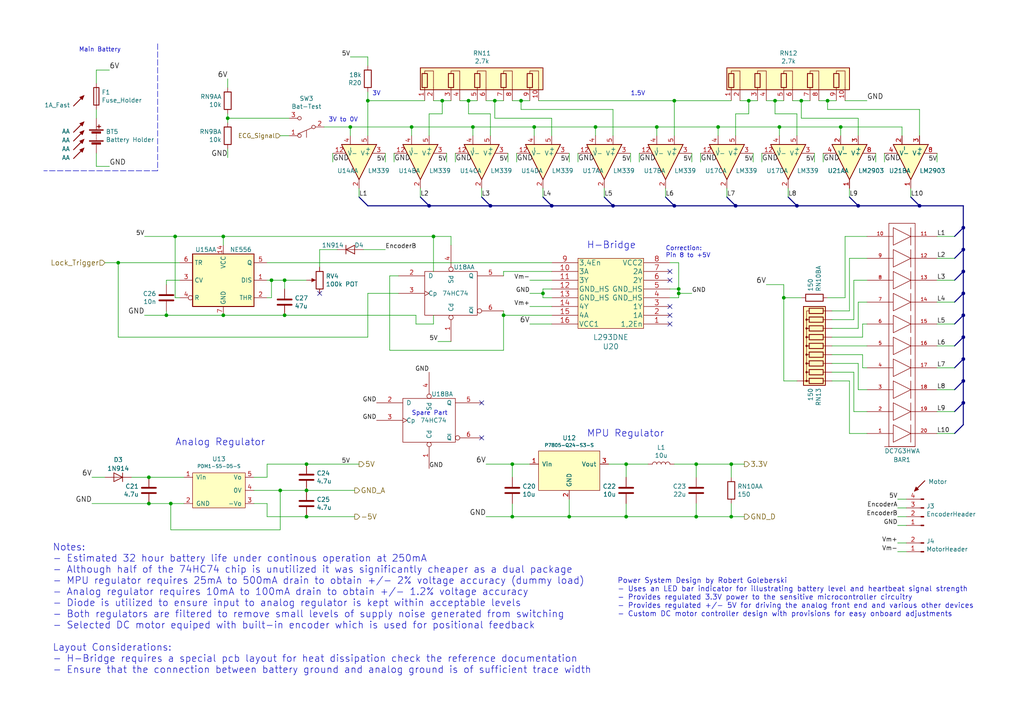
<source format=kicad_sch>
(kicad_sch (version 20231120) (generator "eeschema") (generator_version "8.0")
  (paper "A4")
  (junction (at 279.4 97.79))
  (junction (at 279.4 91.44))
  (junction (at 213.36 59.69))
  (junction (at 88.9 142.24))
  (junction (at 34.29 76.2))
  (junction (at 212.09 149.86))
  (junction (at 227.33 86.36))
  (junction (at 279.4 116.84))
  (junction (at 49.53 146.05))
  (junction (at 119.38 36.83))
  (junction (at 142.24 59.69))
  (junction (at 248.92 59.69))
  (junction (at 137.16 36.83))
  (junction (at 208.28 36.83))
  (junction (at 82.55 81.28))
  (junction (at 64.77 91.44))
  (junction (at 135.89 29.21))
  (junction (at 101.6 36.83))
  (junction (at 106.68 29.21))
  (junction (at 195.58 29.21))
  (junction (at 217.17 29.21))
  (junction (at 64.77 68.58))
  (junction (at 279.4 66.04))
  (junction (at 143.51 29.21))
  (junction (at 82.55 91.44))
  (junction (at 81.28 142.24))
  (junction (at 243.84 36.83))
  (junction (at 50.8 68.58))
  (junction (at 165.1 149.86))
  (junction (at 154.94 36.83))
  (junction (at 279.4 104.14))
  (junction (at 201.93 149.86))
  (junction (at 177.8 59.69))
  (junction (at 224.79 29.21))
  (junction (at 201.93 134.62))
  (junction (at 279.4 110.49))
  (junction (at 43.18 138.43))
  (junction (at 231.14 59.69))
  (junction (at 146.05 91.44))
  (junction (at 88.9 134.62))
  (junction (at 232.41 29.21))
  (junction (at 226.06 36.83))
  (junction (at 279.4 72.39))
  (junction (at 172.72 36.83))
  (junction (at 124.46 59.69))
  (junction (at 78.74 81.28))
  (junction (at 125.73 68.58))
  (junction (at 196.85 83.82))
  (junction (at 181.61 134.62))
  (junction (at 160.02 59.69))
  (junction (at 157.48 85.09))
  (junction (at 148.59 134.62))
  (junction (at 128.27 29.21))
  (junction (at 240.03 29.21))
  (junction (at 196.85 85.09))
  (junction (at 181.61 149.86))
  (junction (at 151.13 29.21))
  (junction (at 195.58 59.69))
  (junction (at 212.09 134.62))
  (junction (at 279.4 85.09))
  (junction (at 190.5 36.83))
  (junction (at 48.26 91.44))
  (junction (at 43.18 146.05))
  (junction (at 66.04 34.29))
  (junction (at 266.7 59.69))
  (junction (at 279.4 78.74))
  (junction (at 148.59 149.86))
  (junction (at 88.9 149.86))
  (no_connect (at 139.7 127))
  (no_connect (at 194.31 81.28))
  (no_connect (at 194.31 91.44))
  (no_connect (at 92.71 85.09))
  (no_connect (at 194.31 93.98))
  (no_connect (at 194.31 88.9))
  (no_connect (at 139.7 116.84))
  (no_connect (at 194.31 78.74))
  (wire (pts (xy 248.92 39.37) (xy 248.92 34.29)))
  (wire (pts (xy 246.38 125.73) (xy 251.46 125.73)))
  (wire (pts (xy 250.19 102.87) (xy 250.19 106.68)))
  (wire (pts (xy 73.66 142.24) (xy 81.28 142.24)))
  (wire (pts (xy 248.92 113.03) (xy 251.46 113.03)))
  (wire (pts (xy 27.94 24.13) (xy 27.94 20.32)))
  (wire (pts (xy 128.27 29.21) (xy 130.81 29.21)))
  (wire (pts (xy 241.3 92.71) (xy 247.65 92.71)))
  (wire (pts (xy 66.04 43.18) (xy 66.04 45.72)))
  (wire (pts (xy 27.94 44.45) (xy 27.94 48.26)))
  (wire (pts (xy 156.21 29.21) (xy 195.58 29.21)))
  (bus (pts (xy 193.04 57.15) (xy 195.58 59.69)))
  (wire (pts (xy 151.13 31.75) (xy 177.8 31.75)))
  (wire (pts (xy 106.68 29.21) (xy 106.68 26.67)))
  (bus (pts (xy 157.48 57.15) (xy 160.02 59.69)))
  (wire (pts (xy 247.65 119.38) (xy 251.46 119.38)))
  (wire (pts (xy 220.98 46.99) (xy 220.98 44.45)))
  (wire (pts (xy 115.57 80.01) (xy 113.03 80.01)))
  (wire (pts (xy 128.27 29.21) (xy 128.27 33.02)))
  (polyline (pts (xy 45.72 12.7) (xy 45.72 49.53)) (stroke (width 0) (type dash)))
  (wire (pts (xy 243.84 36.83) (xy 261.62 36.83)))
  (wire (pts (xy 111.76 44.45) (xy 111.76 46.99)))
  (wire (pts (xy 34.29 76.2) (xy 52.07 76.2)))
  (wire (pts (xy 190.5 39.37) (xy 190.5 36.83)))
  (wire (pts (xy 194.31 76.2) (xy 196.85 76.2)))
  (wire (pts (xy 92.71 72.39) (xy 97.79 72.39)))
  (bus (pts (xy 279.4 116.84) (xy 279.4 123.19)))
  (wire (pts (xy 185.42 44.45) (xy 185.42 46.99)))
  (bus (pts (xy 276.86 87.63) (xy 279.4 85.09)))
  (wire (pts (xy 248.92 105.41) (xy 248.92 113.03)))
  (wire (pts (xy 105.41 72.39) (xy 111.76 72.39)))
  (wire (pts (xy 147.32 44.45) (xy 147.32 46.99)))
  (wire (pts (xy 228.6 54.61) (xy 228.6 57.15)))
  (wire (pts (xy 106.68 16.51) (xy 106.68 19.05)))
  (wire (pts (xy 49.53 146.05) (xy 53.34 146.05)))
  (wire (pts (xy 82.55 91.44) (xy 120.65 91.44)))
  (wire (pts (xy 212.09 138.43) (xy 212.09 134.62)))
  (wire (pts (xy 125.73 93.98) (xy 125.73 91.44)))
  (bus (pts (xy 210.82 57.15) (xy 213.36 59.69)))
  (wire (pts (xy 201.93 138.43) (xy 201.93 134.62)))
  (wire (pts (xy 149.86 46.99) (xy 149.86 44.45)))
  (wire (pts (xy 106.68 85.09) (xy 115.57 85.09)))
  (wire (pts (xy 217.17 29.21) (xy 217.17 33.02)))
  (wire (pts (xy 157.48 83.82) (xy 157.48 85.09)))
  (wire (pts (xy 160.02 86.36) (xy 157.48 86.36)))
  (wire (pts (xy 248.92 95.25) (xy 248.92 87.63)))
  (wire (pts (xy 182.88 44.45) (xy 182.88 46.99)))
  (wire (pts (xy 241.3 97.79) (xy 250.19 97.79)))
  (wire (pts (xy 271.78 106.68) (xy 276.86 106.68)))
  (wire (pts (xy 49.53 153.67) (xy 81.28 153.67)))
  (wire (pts (xy 121.92 54.61) (xy 121.92 57.15)))
  (wire (pts (xy 247.65 92.71) (xy 247.65 81.28)))
  (wire (pts (xy 260.35 152.4) (xy 262.89 152.4)))
  (wire (pts (xy 271.78 100.33) (xy 276.86 100.33)))
  (wire (pts (xy 222.25 82.55) (xy 227.33 82.55)))
  (bus (pts (xy 279.4 91.44) (xy 279.4 97.79)))
  (wire (pts (xy 157.48 54.61) (xy 157.48 57.15)))
  (wire (pts (xy 114.3 44.45) (xy 114.3 46.99)))
  (wire (pts (xy 101.6 36.83) (xy 101.6 39.37)))
  (wire (pts (xy 48.26 91.44) (xy 64.77 91.44)))
  (wire (pts (xy 160.02 34.29) (xy 143.51 34.29)))
  (wire (pts (xy 139.7 54.61) (xy 139.7 57.15)))
  (wire (pts (xy 227.33 82.55) (xy 227.33 86.36)))
  (wire (pts (xy 212.09 149.86) (xy 212.09 146.05)))
  (wire (pts (xy 196.85 86.36) (xy 196.85 85.09)))
  (wire (pts (xy 157.48 85.09) (xy 153.67 85.09)))
  (wire (pts (xy 81.28 153.67) (xy 81.28 142.24)))
  (wire (pts (xy 241.3 90.17) (xy 246.38 90.17)))
  (wire (pts (xy 217.17 33.02) (xy 213.36 33.02)))
  (wire (pts (xy 148.59 29.21) (xy 151.13 29.21)))
  (wire (pts (xy 135.89 29.21) (xy 138.43 29.21)))
  (bus (pts (xy 276.86 81.28) (xy 279.4 78.74)))
  (wire (pts (xy 241.3 102.87) (xy 250.19 102.87)))
  (wire (pts (xy 167.64 46.99) (xy 167.64 44.45)))
  (wire (pts (xy 240.03 31.75) (xy 266.7 31.75)))
  (wire (pts (xy 143.51 29.21) (xy 146.05 29.21)))
  (wire (pts (xy 261.62 36.83) (xy 261.62 39.37)))
  (wire (pts (xy 140.97 29.21) (xy 143.51 29.21)))
  (wire (pts (xy 127 99.06) (xy 130.81 99.06)))
  (wire (pts (xy 148.59 149.86) (xy 165.1 149.86)))
  (wire (pts (xy 224.79 29.21) (xy 227.33 29.21)))
  (wire (pts (xy 66.04 33.02) (xy 66.04 34.29)))
  (wire (pts (xy 208.28 36.83) (xy 226.06 36.83)))
  (wire (pts (xy 246.38 74.93) (xy 246.38 90.17)))
  (wire (pts (xy 217.17 29.21) (xy 219.71 29.21)))
  (wire (pts (xy 154.94 36.83) (xy 137.16 36.83)))
  (wire (pts (xy 128.27 33.02) (xy 124.46 33.02)))
  (bus (pts (xy 276.86 119.38) (xy 279.4 116.84)))
  (wire (pts (xy 245.11 68.58) (xy 251.46 68.58)))
  (wire (pts (xy 66.04 34.29) (xy 66.04 35.56)))
  (wire (pts (xy 226.06 39.37) (xy 226.06 36.83)))
  (wire (pts (xy 26.67 146.05) (xy 43.18 146.05)))
  (bus (pts (xy 177.8 59.69) (xy 195.58 59.69)))
  (wire (pts (xy 27.94 34.29) (xy 27.94 31.75)))
  (wire (pts (xy 271.78 93.98) (xy 276.86 93.98)))
  (wire (pts (xy 165.1 44.45) (xy 165.1 46.99)))
  (wire (pts (xy 246.38 110.49) (xy 246.38 125.73)))
  (wire (pts (xy 260.35 147.32) (xy 262.89 147.32)))
  (wire (pts (xy 48.26 90.17) (xy 48.26 91.44)))
  (wire (pts (xy 195.58 29.21) (xy 212.09 29.21)))
  (wire (pts (xy 254 44.45) (xy 254 46.99)))
  (wire (pts (xy 119.38 39.37) (xy 119.38 36.83)))
  (wire (pts (xy 154.94 39.37) (xy 154.94 36.83)))
  (wire (pts (xy 200.66 44.45) (xy 200.66 46.99)))
  (wire (pts (xy 81.28 39.37) (xy 83.82 39.37)))
  (wire (pts (xy 214.63 29.21) (xy 217.17 29.21)))
  (wire (pts (xy 227.33 110.49) (xy 227.33 86.36)))
  (bus (pts (xy 276.86 125.73) (xy 279.4 123.19)))
  (wire (pts (xy 160.02 39.37) (xy 160.02 34.29)))
  (wire (pts (xy 271.78 119.38) (xy 276.86 119.38)))
  (wire (pts (xy 271.78 68.58) (xy 276.86 68.58)))
  (wire (pts (xy 77.47 146.05) (xy 77.47 149.86)))
  (bus (pts (xy 195.58 59.69) (xy 213.36 59.69)))
  (wire (pts (xy 201.93 146.05) (xy 201.93 149.86)))
  (wire (pts (xy 201.93 134.62) (xy 212.09 134.62)))
  (wire (pts (xy 194.31 83.82) (xy 196.85 83.82)))
  (wire (pts (xy 247.65 107.95) (xy 241.3 107.95)))
  (wire (pts (xy 146.05 91.44) (xy 160.02 91.44)))
  (wire (pts (xy 101.6 16.51) (xy 106.68 16.51)))
  (wire (pts (xy 226.06 36.83) (xy 243.84 36.83)))
  (wire (pts (xy 200.66 85.09) (xy 196.85 85.09)))
  (wire (pts (xy 146.05 78.74) (xy 160.02 78.74)))
  (wire (pts (xy 232.41 29.21) (xy 234.95 29.21)))
  (wire (pts (xy 148.59 149.86) (xy 148.59 146.05)))
  (wire (pts (xy 247.65 107.95) (xy 247.65 119.38)))
  (wire (pts (xy 236.22 44.45) (xy 236.22 46.99)))
  (wire (pts (xy 106.68 29.21) (xy 106.68 39.37)))
  (wire (pts (xy 190.5 36.83) (xy 172.72 36.83)))
  (wire (pts (xy 82.55 83.82) (xy 82.55 81.28)))
  (wire (pts (xy 73.66 146.05) (xy 77.47 146.05)))
  (wire (pts (xy 213.36 33.02) (xy 213.36 39.37)))
  (bus (pts (xy 279.4 66.04) (xy 279.4 72.39)))
  (wire (pts (xy 125.73 68.58) (xy 64.77 68.58)))
  (wire (pts (xy 175.26 54.61) (xy 175.26 57.15)))
  (bus (pts (xy 276.86 68.58) (xy 279.4 66.04)))
  (wire (pts (xy 113.03 101.6) (xy 146.05 101.6)))
  (wire (pts (xy 176.53 134.62) (xy 181.61 134.62)))
  (wire (pts (xy 229.87 29.21) (xy 232.41 29.21)))
  (wire (pts (xy 27.94 20.32) (xy 31.75 20.32)))
  (bus (pts (xy 106.68 59.69) (xy 124.46 59.69)))
  (wire (pts (xy 172.72 36.83) (xy 154.94 36.83)))
  (wire (pts (xy 53.34 138.43) (xy 43.18 138.43)))
  (wire (pts (xy 30.48 76.2) (xy 34.29 76.2)))
  (wire (pts (xy 146.05 90.17) (xy 146.05 91.44)))
  (wire (pts (xy 256.54 46.99) (xy 256.54 44.45)))
  (wire (pts (xy 130.81 68.58) (xy 130.81 71.12)))
  (wire (pts (xy 34.29 97.79) (xy 106.68 97.79)))
  (bus (pts (xy 160.02 59.69) (xy 177.8 59.69)))
  (wire (pts (xy 157.48 85.09) (xy 157.48 86.36)))
  (wire (pts (xy 195.58 29.21) (xy 195.58 39.37)))
  (wire (pts (xy 135.89 33.02) (xy 135.89 29.21)))
  (wire (pts (xy 246.38 54.61) (xy 246.38 57.15)))
  (wire (pts (xy 212.09 149.86) (xy 215.9 149.86)))
  (wire (pts (xy 240.03 29.21) (xy 240.03 31.75)))
  (bus (pts (xy 276.86 100.33) (xy 279.4 97.79)))
  (wire (pts (xy 146.05 80.01) (xy 146.05 78.74)))
  (bus (pts (xy 279.4 97.79) (xy 279.4 104.14)))
  (wire (pts (xy 50.8 68.58) (xy 64.77 68.58)))
  (bus (pts (xy 279.4 110.49) (xy 279.4 116.84)))
  (wire (pts (xy 64.77 71.12) (xy 64.77 68.58)))
  (wire (pts (xy 210.82 54.61) (xy 210.82 57.15)))
  (wire (pts (xy 50.8 86.36) (xy 50.8 68.58)))
  (wire (pts (xy 96.52 44.45) (xy 96.52 46.99)))
  (wire (pts (xy 34.29 76.2) (xy 34.29 97.79)))
  (wire (pts (xy 250.19 106.68) (xy 251.46 106.68)))
  (wire (pts (xy 88.9 134.62) (xy 104.14 134.62)))
  (wire (pts (xy 151.13 29.21) (xy 151.13 31.75)))
  (wire (pts (xy 88.9 149.86) (xy 102.87 149.86)))
  (wire (pts (xy 82.55 81.28) (xy 88.9 81.28)))
  (wire (pts (xy 271.78 74.93) (xy 276.86 74.93)))
  (bus (pts (xy 279.4 78.74) (xy 279.4 85.09)))
  (wire (pts (xy 224.79 33.02) (xy 231.14 33.02)))
  (bus (pts (xy 231.14 59.69) (xy 248.92 59.69)))
  (bus (pts (xy 279.4 104.14) (xy 279.4 110.49)))
  (wire (pts (xy 41.91 91.44) (xy 48.26 91.44)))
  (wire (pts (xy 92.71 77.47) (xy 92.71 72.39)))
  (wire (pts (xy 260.35 144.78) (xy 262.89 144.78)))
  (wire (pts (xy 142.24 33.02) (xy 135.89 33.02)))
  (wire (pts (xy 64.77 91.44) (xy 82.55 91.44)))
  (wire (pts (xy 93.98 36.83) (xy 101.6 36.83)))
  (bus (pts (xy 228.6 57.15) (xy 231.14 59.69)))
  (wire (pts (xy 195.58 134.62) (xy 201.93 134.62)))
  (wire (pts (xy 143.51 34.29) (xy 143.51 29.21)))
  (wire (pts (xy 241.3 105.41) (xy 248.92 105.41)))
  (wire (pts (xy 240.03 29.21) (xy 242.57 29.21)))
  (wire (pts (xy 49.53 146.05) (xy 49.53 153.67)))
  (wire (pts (xy 250.19 93.98) (xy 251.46 93.98)))
  (wire (pts (xy 212.09 134.62) (xy 215.9 134.62)))
  (wire (pts (xy 266.7 31.75) (xy 266.7 39.37)))
  (wire (pts (xy 271.78 87.63) (xy 276.86 87.63)))
  (wire (pts (xy 137.16 39.37) (xy 137.16 36.83)))
  (wire (pts (xy 248.92 87.63) (xy 251.46 87.63)))
  (wire (pts (xy 248.92 34.29) (xy 232.41 34.29)))
  (bus (pts (xy 124.46 59.69) (xy 142.24 59.69)))
  (wire (pts (xy 77.47 134.62) (xy 88.9 134.62)))
  (bus (pts (xy 139.7 57.15) (xy 142.24 59.69)))
  (wire (pts (xy 201.93 149.86) (xy 181.61 149.86)))
  (wire (pts (xy 146.05 101.6) (xy 146.05 91.44)))
  (wire (pts (xy 181.61 134.62) (xy 187.96 134.62)))
  (bus (pts (xy 279.4 72.39) (xy 279.4 78.74)))
  (bus (pts (xy 175.26 57.15) (xy 177.8 59.69)))
  (wire (pts (xy 125.73 29.21) (xy 128.27 29.21)))
  (wire (pts (xy 232.41 86.36) (xy 227.33 86.36)))
  (wire (pts (xy 106.68 29.21) (xy 123.19 29.21)))
  (wire (pts (xy 125.73 78.74) (xy 125.73 68.58)))
  (wire (pts (xy 231.14 33.02) (xy 231.14 39.37)))
  (wire (pts (xy 120.65 91.44) (xy 120.65 93.98)))
  (wire (pts (xy 81.28 142.24) (xy 88.9 142.24)))
  (bus (pts (xy 279.4 85.09) (xy 279.4 91.44)))
  (wire (pts (xy 271.78 125.73) (xy 276.86 125.73)))
  (wire (pts (xy 203.2 46.99) (xy 203.2 44.45)))
  (wire (pts (xy 260.35 160.02) (xy 262.89 160.02)))
  (wire (pts (xy 194.31 86.36) (xy 196.85 86.36)))
  (bus (pts (xy 276.86 74.93) (xy 279.4 72.39)))
  (bus (pts (xy 248.92 59.69) (xy 266.7 59.69)))
  (wire (pts (xy 241.3 110.49) (xy 246.38 110.49)))
  (wire (pts (xy 125.73 68.58) (xy 130.81 68.58)))
  (wire (pts (xy 231.14 110.49) (xy 227.33 110.49)))
  (wire (pts (xy 245.11 86.36) (xy 245.11 68.58)))
  (polyline (pts (xy 45.72 49.53) (xy 12.7 49.53)) (stroke (width 0) (type dash)))
  (wire (pts (xy 160.02 93.98) (xy 153.67 93.98)))
  (wire (pts (xy 140.97 134.62) (xy 148.59 134.62)))
  (bus (pts (xy 142.24 59.69) (xy 160.02 59.69)))
  (wire (pts (xy 160.02 88.9) (xy 153.67 88.9)))
  (wire (pts (xy 260.35 149.86) (xy 262.89 149.86)))
  (wire (pts (xy 133.35 29.21) (xy 135.89 29.21)))
  (wire (pts (xy 160.02 83.82) (xy 157.48 83.82)))
  (wire (pts (xy 38.1 138.43) (xy 43.18 138.43)))
  (bus (pts (xy 121.92 57.15) (xy 124.46 59.69)))
  (wire (pts (xy 172.72 39.37) (xy 172.72 36.83)))
  (wire (pts (xy 77.47 76.2) (xy 160.02 76.2)))
  (wire (pts (xy 245.11 29.21) (xy 251.46 29.21)))
  (wire (pts (xy 224.79 29.21) (xy 224.79 33.02)))
  (wire (pts (xy 151.13 29.21) (xy 153.67 29.21)))
  (bus (pts (xy 213.36 59.69) (xy 231.14 59.69)))
  (wire (pts (xy 52.07 86.36) (xy 50.8 86.36)))
  (wire (pts (xy 177.8 31.75) (xy 177.8 39.37)))
  (wire (pts (xy 106.68 97.79) (xy 106.68 85.09)))
  (wire (pts (xy 73.66 138.43) (xy 77.47 138.43)))
  (wire (pts (xy 271.78 44.45) (xy 271.78 46.99)))
  (wire (pts (xy 52.07 81.28) (xy 48.26 81.28)))
  (bus (pts (xy 246.38 57.15) (xy 248.92 59.69)))
  (wire (pts (xy 129.54 44.45) (xy 129.54 46.99)))
  (wire (pts (xy 78.74 81.28) (xy 82.55 81.28)))
  (bus (pts (xy 276.86 93.98) (xy 279.4 91.44)))
  (wire (pts (xy 260.35 157.48) (xy 262.89 157.48)))
  (wire (pts (xy 201.93 149.86) (xy 212.09 149.86)))
  (wire (pts (xy 241.3 100.33) (xy 251.46 100.33)))
  (wire (pts (xy 246.38 74.93) (xy 251.46 74.93)))
  (wire (pts (xy 41.91 68.58) (xy 50.8 68.58)))
  (bus (pts (xy 276.86 113.03) (xy 279.4 110.49)))
  (wire (pts (xy 245.11 86.36) (xy 240.03 86.36)))
  (wire (pts (xy 119.38 36.83) (xy 101.6 36.83)))
  (wire (pts (xy 120.65 93.98) (xy 125.73 93.98)))
  (bus (pts (xy 264.16 57.15) (xy 266.7 59.69)))
  (wire (pts (xy 78.74 81.28) (xy 78.74 86.36)))
  (wire (pts (xy 48.26 81.28) (xy 48.26 82.55)))
  (wire (pts (xy 181.61 134.62) (xy 181.61 138.43)))
  (wire (pts (xy 264.16 54.61) (xy 264.16 57.15)))
  (wire (pts (xy 77.47 81.28) (xy 78.74 81.28)))
  (wire (pts (xy 124.46 33.02) (xy 124.46 39.37)))
  (wire (pts (xy 243.84 39.37) (xy 243.84 36.83)))
  (wire (pts (xy 218.44 44.45) (xy 218.44 46.99)))
  (wire (pts (xy 113.03 80.01) (xy 113.03 101.6)))
  (wire (pts (xy 271.78 81.28) (xy 276.86 81.28)))
  (wire (pts (xy 77.47 138.43) (xy 77.47 134.62)))
  (wire (pts (xy 88.9 142.24) (xy 102.87 142.24)))
  (wire (pts (xy 140.97 149.86) (xy 148.59 149.86)))
  (wire (pts (xy 208.28 39.37) (xy 208.28 36.83)))
  (wire (pts (xy 104.14 57.15) (xy 104.14 54.61)))
  (wire (pts (xy 222.25 29.21) (xy 224.79 29.21)))
  (wire (pts (xy 83.82 34.29) (xy 66.04 34.29)))
  (wire (pts (xy 193.04 54.61) (xy 193.04 57.15)))
  (wire (pts (xy 148.59 134.62) (xy 153.67 134.62)))
  (wire (pts (xy 26.67 138.43) (xy 30.48 138.43)))
  (bus (pts (xy 104.14 57.15) (xy 106.68 59.69)))
  (wire (pts (xy 77.47 149.86) (xy 88.9 149.86)))
  (wire (pts (xy 165.1 149.86) (xy 165.1 144.78)))
  (wire (pts (xy 148.59 138.43) (xy 148.59 134.62)))
  (wire (pts (xy 196.85 85.09) (xy 196.85 83.82)))
  (wire (pts (xy 132.08 44.45) (xy 132.08 46.99)))
  (wire (pts (xy 238.76 46.99) (xy 238.76 44.45)))
  (wire (pts (xy 250.19 97.79) (xy 250.19 93.98)))
  (wire (pts (xy 165.1 149.86) (xy 181.61 149.86)))
  (wire (pts (xy 160.02 81.28) (xy 153.67 81.28)))
  (bus (pts (xy 266.7 59.69) (xy 279.4 59.69)))
  (bus (pts (xy 279.4 59.69) (xy 279.4 66.04)))
  (wire (pts (xy 142.24 39.37) (xy 142.24 33.02)))
  (wire (pts (xy 196.85 76.2) (xy 196.85 83.82)))
  (wire (pts (xy 43.18 146.05) (xy 49.53 146.05)))
  (wire (pts (xy 66.04 22.86) (xy 66.04 25.4)))
  (wire (pts (xy 232.41 34.29) (xy 232.41 29.21)))
  (wire (pts (xy 247.65 81.28) (xy 251.46 81.28)))
  (wire (pts (xy 208.28 36.83) (xy 190.5 36.83)))
  (wire (pts (xy 181.61 149.86) (xy 181.61 146.05)))
  (wire (pts (xy 137.16 36.83) (xy 119.38 36.83)))
  (bus (pts (xy 276.86 106.68) (xy 279.4 104.14)))
  (wire (pts (xy 271.78 113.03) (xy 276.86 113.03)))
  (wire (pts (xy 241.3 95.25) (xy 248.92 95.25)))
  (wire (pts (xy 27.94 48.26) (xy 31.75 48.26)))
  (wire (pts (xy 78.74 86.36) (xy 77.47 86.36)))
  (wire (pts (xy 237.49 29.21) (xy 240.03 29.21)))
  (text "MPU Regulator" (at 170.18 127 0) (effects (font (size 2.0066 2.0066)) (justify left bottom)))
  (text "Spare Part" (at 119.38 120.65 0) (effects (font (size 1.27 1.27)) (justify left bottom)))
  (text "3V" (at 107.95 27.94 0) (effects (font (size 1.27 1.27)) (justify left bottom)))
  (text "Correction:\nPin 8 to +5V" (at 193.04 74.93 0) (effects (font (size 1.27 1.27)) (justify left bottom)))
  (text "Notes:\n- Estimated 32 hour battery life under continous operation at 250mA\n- Although half of the 74HC74 chip is unutilized it was significantly cheaper as a dual package\n- MPU regulator requires 25mA to 500mA drain to obtain +/- 2% voltage accuracy (dummy load)\n- Analog regulator requires 10mA to 100mA drain to obtain +/- 1.2% voltage accuracy\n- Diode is utilized to ensure input to analog regulator is kept within acceptable levels\n- Both regulators are filtered to remove small levels of supply noise generated from switching\n- Selected DC motor equiped with built-in encoder which is used for positional feedback\n\nLayout Considerations:\n- H-Bridge requires a special pcb layout for heat dissipation check the reference documentation\n- Ensure that the connection between battery ground and analog ground is of sufficient trace width" (at 15.24 195.58 0) (effects (font (size 2.0066 2.0066)) (justify left bottom)))
  (text "3V to 0V" (at 95.25 35.56 0) (effects (font (size 1.27 1.27)) (justify left bottom)))
  (text "Analog Regulator" (at 50.8 129.54 0) (effects (font (size 2.0066 2.0066)) (justify left bottom)))
  (text "Main Battery" (at 22.86 15.24 0) (effects (font (size 1.27 1.27)) (justify left bottom)))
  (text "1.5V" (at 182.88 27.94 0) (effects (font (size 1.27 1.27)) (justify left bottom)))
  (text "Power System Design by Robert Goleberski\n- Uses an LED bar indicator for illustrating battery level and heartbeat signal strength\n- Provides regulated 3.3V power to the sensitive microcontroller circuitry\n- Provides regulated +/- 5V for driving the analog front end and various other devices\n- Custom DC motor controller design with provisions for easy onboard adjustments " (at 179.07 179.07 0) (effects (font (size 1.4986 1.4986)) (justify left bottom)))
  (text "H-Bridge" (at 170.18 72.39 0) (effects (font (size 2.0066 2.0066)) (justify left bottom)))
  (label "L7" (at 271.78 106.68 0))
  (label "L9" (at 246.38 57.15 0))
  (label "GND" (at 185.42 46.99 0) (effects (font (size 1.4986 1.4986))))
  (label "GND" (at 132.08 46.99 0) (effects (font (size 1.4986 1.4986))))
  (label "L4" (at 157.48 57.15 0))
  (label "5V" (at 218.44 46.99 180))
  (label "L4" (at 271.78 87.63 0))
  (label "L1" (at 271.78 68.58 0))
  (label "6V" (at 222.25 82.55 180) (effects (font (size 1.4986 1.4986))))
  (label "L7" (at 210.82 57.15 0))
  (label "5V" (at 260.35 144.78 180))
  (label "L10" (at 264.16 57.15 0))
  (label "5V" (at 99.06 134.62 0))
  (label "GND" (at 114.3 46.99 0) (effects (font (size 1.4986 1.4986))))
  (label "5V" (at 182.88 46.99 180))
  (label "5V" (at 165.1 46.99 180))
  (label "Vm-" (at 260.35 160.02 180))
  (label "GND" (at 26.67 146.05 180) (effects (font (size 1.4986 1.4986))))
  (label "GND" (at 66.04 45.72 180) (effects (font (size 1.4986 1.4986))))
  (label "L3" (at 139.7 57.15 0))
  (label "L10" (at 271.78 125.73 0))
  (label "L5" (at 271.78 93.98 0))
  (label "L9" (at 271.78 119.38 0))
  (label "5V" (at 236.22 46.99 180))
  (label "L3" (at 271.78 81.28 0))
  (label "GND" (at 167.64 46.99 0) (effects (font (size 1.4986 1.4986))))
  (label "GND" (at 220.98 46.99 0) (effects (font (size 1.4986 1.4986))))
  (label "6V" (at 66.04 22.86 180) (effects (font (size 1.4986 1.4986))))
  (label "EncoderB" (at 260.35 149.86 180))
  (label "5V" (at 101.6 16.51 180))
  (label "GND" (at 41.91 91.44 180) (effects (font (size 1.4986 1.4986))))
  (label "GND" (at 238.76 46.99 0) (effects (font (size 1.4986 1.4986))))
  (label "GND" (at 153.67 85.09 180))
  (label "L8" (at 228.6 57.15 0))
  (label "6V" (at 153.67 93.98 180) (effects (font (size 1.4986 1.4986))))
  (label "5V" (at 200.66 46.99 180))
  (label "GND" (at 260.35 152.4 180))
  (label "EncoderA" (at 260.35 147.32 180))
  (label "L6" (at 271.78 100.33 0))
  (label "L2" (at 271.78 74.93 0))
  (label "Vm-" (at 153.67 81.28 180))
  (label "5V" (at 41.91 68.58 180))
  (label "GND" (at 200.66 85.09 0))
  (label "Vm+" (at 260.35 157.48 180))
  (label "6V" (at 140.97 134.62 180) (effects (font (size 1.4986 1.4986))))
  (label "GND" (at 31.75 48.26 0) (effects (font (size 1.4986 1.4986))))
  (label "L5" (at 175.26 57.15 0))
  (label "5V" (at 271.78 46.99 180))
  (label "6V" (at 26.67 138.43 180) (effects (font (size 1.4986 1.4986))))
  (label "6V" (at 31.75 20.32 0) (effects (font (size 1.4986 1.4986))))
  (label "GND" (at 109.22 121.92 180))
  (label "GND" (at 124.46 107.95 180))
  (label "5V" (at 147.32 46.99 180))
  (label "5V" (at 129.54 46.99 180))
  (label "L8" (at 271.78 113.03 0))
  (label "GND" (at 203.2 46.99 0) (effects (font (size 1.4986 1.4986))))
  (label "GND" (at 124.46 135.89 0))
  (label "L6" (at 193.04 57.15 0))
  (label "GND" (at 109.22 116.84 180))
  (label "L1" (at 104.14 57.15 0))
  (label "GND" (at 256.54 46.99 0) (effects (font (size 1.4986 1.4986))))
  (label "Vm+" (at 153.67 88.9 180))
  (label "GND" (at 149.86 46.99 0) (effects (font (size 1.4986 1.4986))))
  (label "5V" (at 254 46.99 180))
  (label "EncoderB" (at 111.76 72.39 0))
  (label "L2" (at 121.92 57.15 0))
  (label "GND" (at 140.97 149.86 180) (effects (font (size 1.4986 1.4986))))
  (label "GND" (at 251.46 29.21 0) (effects (font (size 1.4986 1.4986))))
  (label "5V" (at 127 99.06 180))
  (label "5V" (at 111.76 46.99 180))
  (label "GND" (at 96.52 46.99 0) (effects (font (size 1.4986 1.4986))))
  (hierarchical_label "GND_D" (shape output) (at 215.9 149.86 0) (effects (font (size 1.4986 1.4986))))
  (hierarchical_label "ECG_Signal" (shape input) (at 81.28 39.37 180))
  (hierarchical_label "GND_A" (shape output) (at 102.87 142.24 0) (effects (font (size 1.4986 1.4986))))
  (hierarchical_label "5V" (shape output) (at 104.14 134.62 0) (effects (font (size 1.4986 1.4986))))
  (hierarchical_label "Lock_Trigger" (shape input) (at 30.48 76.2 180) (effects (font (size 1.4986 1.4986))))
  (hierarchical_label "3.3V" (shape output) (at 215.9 134.62 0) (effects (font (size 1.4986 1.4986))))
  (hierarchical_label "-5V" (shape output) (at 102.87 149.86 0) (effects (font (size 1.4986 1.4986))))
  (symbol (lib_id "Main-rescue:Battery-device") (at 27.94 39.37 0) (unit 1)
    (property "Reference" "BT5" (at 30.6832 38.2016 0) (effects (justify left)))
    (property "Value" "Battery Holder" (at 30.6832 40.513 0) (effects (justify left)))
    (property "Footprint" "Libraries:BH4AAPC" (effects (hide yes)))
    (property "Datasheet" "http://www.memoryprotectiondevices.com/datasheets/BH4AAPC-datasheet.pdf" (effects (hide yes)))
    (property "manf#" "BH4AAPC" (effects (hide yes)))
    (property "Digikey" "BH4AA-PC-ND" (effects (hide yes)))
  )
  (symbol (lib_id "Main-rescue:Fuse-device") (at 27.94 27.94 0) (unit 1)
    (property "Reference" "F1" (at 29.464 26.7716 0) (effects (justify left)))
    (property "Value" "Fuse_Holder" (at 29.464 29.083 0) (effects (justify left)))
    (property "Footprint" "Libraries:0031.8201" (effects (hide yes)))
    (property "Datasheet" "https://us.schurter.com/bundles/snceschurter/epim/_ProdPool_/newDS/en/typ_OGN.pdf" (effects (hide yes)))
    (property "manf#" "0031.8201" (effects (hide yes)))
    (property "Digikey" "486-1258-ND" (effects (hide yes)))
  )
  (symbol (lib_id "Main-rescue:SYM_Arrow45_Small-graphic_symbols") (at 22.86 44.45 90) (unit 1)
    (property "Reference" "SYM13" (effects (hide yes)))
    (property "Value" "AA" (at 20.32 45.72 90) (effects (justify left)))
    (property "Datasheet" "http://data.energizer.com/pdfs/en91.pdf" (effects (hide yes)))
    (property "manf#" "EN91" (effects (hide yes)))
    (property "Digikey" "N107-ND" (effects (hide yes)))
  )
  (symbol (lib_id "Main-rescue:SYM_Arrow45_Small-graphic_symbols") (at 22.86 41.91 90) (unit 1)
    (property "Reference" "SYM12" (effects (hide yes)))
    (property "Value" "AA" (at 20.32 43.18 90) (effects (justify left)))
    (property "Datasheet" "http://data.energizer.com/pdfs/en91.pdf" (effects (hide yes)))
    (property "manf#" "EN91" (effects (hide yes)))
    (property "Digikey" "N107-ND" (effects (hide yes)))
  )
  (symbol (lib_id "Main-rescue:SYM_Arrow45_Small-graphic_symbols") (at 22.86 39.37 90) (unit 1)
    (property "Reference" "SYM11" (effects (hide yes)))
    (property "Value" "AA" (at 20.32 40.64 90) (effects (justify left)))
    (property "Datasheet" "http://data.energizer.com/pdfs/en91.pdf" (effects (hide yes)))
    (property "manf#" "EN91" (effects (hide yes)))
    (property "Digikey" "N107-ND" (effects (hide yes)))
  )
  (symbol (lib_id "Main-rescue:SYM_Arrow45_Small-graphic_symbols") (at 22.86 36.83 90) (unit 1)
    (property "Reference" "SYM10" (effects (hide yes)))
    (property "Value" "AA" (at 20.32 38.1 90) (effects (justify left)))
    (property "Datasheet" "http://data.energizer.com/pdfs/en91.pdf" (effects (hide yes)))
    (property "manf#" "EN91" (effects (hide yes)))
    (property "Digikey" "N107-ND" (effects (hide yes)))
  )
  (symbol (lib_id "Main-rescue:SYM_Arrow45_Small-graphic_symbols") (at 22.86 29.21 90) (unit 1)
    (property "Reference" "SYM9" (effects (hide yes)))
    (property "Value" "1A_Fast" (at 20.32 30.48 90) (effects (justify left)))
    (property "Datasheet" "https://belfuse.com/resources/datasheets/circuitprotection/ds-cp-5mf-5mfp-series.pdf" (effects (hide yes)))
    (property "manf#" "5MF 1-R" (effects (hide yes)))
    (property "Digikey" "507-1261-ND" (effects (hide yes)))
  )
  (symbol (lib_id "Main-rescue:SYM_Arrow45_Small-graphic_symbols") (at 266.7 140.97 270) (unit 1)
    (property "Reference" "SYM14" (effects (hide yes)))
    (property "Value" "Motor" (at 269.24 139.7 90) (effects (justify left)))
    (property "Datasheet" "https://media.digikey.com/pdf/Data%20Sheets/DFRobot%20PDFs/FIT0487_Web.pdf" (effects (hide yes)))
    (property "manf#" "FIT0487" (effects (hide yes)))
    (property "Digikey" "1738-1267-ND" (effects (hide yes)))
  )
  (symbol (lib_id "Main-rescue:74HC74-74xx") (at 130.81 85.09 0) (unit 1)
    (property "Reference" "U18A" (at 134.62 77.47 0))
    (property "Value" "74HC74" (at 132.08 85.09 0))
    (property "Footprint" "Housings_DIP:DIP-14_W7.62mm" (effects (hide yes)))
    (property "Datasheet" "http://www.ti.com/lit/ds/symlink/sn74hct74.pdf" (effects (hide yes)))
    (property "Digikey" "296-1625-5-ND" (effects (hide yes)))
    (property "manf#" "SN74HCT74N" (effects (hide yes)))
  )
  (symbol (lib_id "Main-rescue:L293DNE-L293DNE") (at 177.8 85.09 180) (unit 1)
    (property "Reference" "U20" (at 177.165 100.5078 0) (effects (font (size 1.524 1.524))))
    (property "Value" "L293DNE" (at 177.165 97.8154 0) (effects (font (size 1.524 1.524))))
    (property "Footprint" "Libraries:L293DNE" (effects (hide yes)))
    (property "Datasheet" "http://www.ti.com/lit/ds/symlink/l293d.pdf" (effects (hide yes)))
    (property "Digikey" "296-9518-5-ND" (effects (hide yes)))
    (property "manf#" "L293DNE" (effects (hide yes)))
  )
  (symbol (lib_id "Main-rescue:D-device") (at 34.29 138.43 0) (mirror y) (unit 1)
    (property "Reference" "D3" (at 34.29 133.35 0))
    (property "Value" "1N914" (at 34.29 135.89 0))
    (property "Footprint" "Diodes_THT:D_DO-35_SOD27_P7.62mm_Horizontal" (effects (hide yes)))
    (property "Datasheet" "http://www.onsemi.com/PowerSolutions/product.do?id=1N914" (effects (hide yes)))
    (property "Digikey" "1N914FS-ND" (effects (hide yes)))
    (property "manf#" "1N914" (effects (hide yes)))
  )
  (symbol (lib_id "Main-rescue:POT-device") (at 92.71 81.28 0) (mirror y) (unit 1)
    (property "Reference" "RV4" (at 94.488 80.1116 0) (effects (justify right)))
    (property "Value" "100k POT" (at 94.488 82.423 0) (effects (justify right)))
    (property "Footprint" "Potentiometers:Potentiometer_Trimmer_Bourns_PV36W" (effects (hide yes)))
    (property "Datasheet" "http://www.bourns.com/docs/Product-Datasheets/pv36.pdf" (effects (hide yes)))
    (property "Digikey" "490-2876-ND" (effects (hide yes)))
    (property "manf#" "PV36W104C01B00" (effects (hide yes)))
  )
  (symbol (lib_id "Main-rescue:C-device") (at 82.55 87.63 0) (unit 1)
    (property "Reference" "C27" (at 85.471 86.4616 0) (effects (justify left)))
    (property "Value" "47u" (at 85.471 88.773 0) (effects (justify left)))
    (property "Footprint" "Resistors_SMD:R_1206_HandSoldering" (effects (hide yes)))
    (property "Datasheet" "https://www.murata.com/~/media/webrenewal/support/library/catalog/products/capacitor/mlcc/c02e.ashx" (effects (hide yes)))
    (property "Digikey" "490-8337-1-ND" (effects (hide yes)))
    (property "manf#" "GRM31CC80J476KE18L" (effects (hide yes)))
  )
  (symbol (lib_id "Main-rescue:C-device") (at 48.26 86.36 0) (unit 1)
    (property "Reference" "C26" (at 45.339 85.1916 0) (effects (justify right)))
    (property "Value" "10n" (at 45.339 87.503 0) (effects (justify right)))
    (property "Footprint" "Resistors_SMD:R_1206_HandSoldering" (effects (hide yes)))
    (property "Datasheet" "https://content.kemet.com/datasheets/KEM_C1002_X7R_SMD.pdf" (effects (hide yes)))
    (property "Digikey" "399-1237-1-ND" (effects (hide yes)))
    (property "manf#" "C1206C103J5RACTU" (effects (hide yes)))
  )
  (symbol (lib_id "Main-rescue:D-device") (at 101.6 72.39 0) (mirror x) (unit 1)
    (property "Reference" "D4" (at 104.14 71.12 0))
    (property "Value" "1N914" (at 96.52 71.12 0))
    (property "Footprint" "Diodes_THT:D_DO-35_SOD27_P7.62mm_Horizontal" (effects (hide yes)))
    (property "Datasheet" "http://www.onsemi.com/PowerSolutions/product.do?id=1N914" (effects (hide yes)))
    (property "Digikey" "1N914FS-ND" (effects (hide yes)))
    (property "manf#" "1N914" (effects (hide yes)))
  )
  (symbol (lib_id "Main-rescue:74HC74-74xx") (at 124.46 121.92 0) (unit 1)
    (property "Reference" "U18B" (at 128.27 114.3 0))
    (property "Value" "74HC74" (at 125.73 121.92 0))
    (property "Footprint" "Housings_DIP:DIP-14_W7.62mm" (effects (hide yes)))
    (property "Datasheet" "http://www.ti.com/lit/ds/symlink/sn74hct74.pdf" (effects (hide yes)))
    (property "Digikey" "296-1625-5-ND" (effects (hide yes)))
    (property "manf#" "SN74HCT74N" (effects (hide yes)))
  )
  (symbol (lib_id "Main-rescue:P7805-Q24-S3-S-P7805-Q24-S3-S") (at 165.1 134.62 0) (unit 1)
    (property "Reference" "U12" (at 165.1 127.0254 0))
    (property "Value" "P7805-Q24-S3-S" (at 165.1 129.1336 0) (effects (font (size 0.9906 0.9906))))
    (property "Footprint" "Libraries:P7805-Q24-S3-S" (effects (hide yes)))
    (property "Datasheet" "https://www.cui.com/product/resource/p7805-s.pdf" (effects (hide yes)))
    (property "Digikey" "102-2704-ND" (effects (hide yes)))
    (property "manf#" "P7805-Q24-S3-S" (effects (hide yes)))
  )
  (symbol (lib_id "Main-rescue:C-device") (at 181.61 142.24 0) (mirror x) (unit 1)
    (property "Reference" "C22" (at 178.689 141.0716 0) (effects (justify right)))
    (property "Value" "10u" (at 178.689 143.383 0) (effects (justify right)))
    (property "Footprint" "Resistors_SMD:R_1206_HandSoldering" (effects (hide yes)))
    (property "Datasheet" "https://product.tdk.com/info/en/catalog/datasheets/mlcc_commercial_general_en.pdf" (effects (hide yes)))
    (property "Digikey" "445-4052-1-ND" (effects (hide yes)))
    (property "manf#" "C3216X5R1C106K160AA" (effects (hide yes)))
  )
  (symbol (lib_id "Main-rescue:C-device") (at 148.59 142.24 0) (unit 1)
    (property "Reference" "C20" (at 151.511 141.0716 0) (effects (justify left)))
    (property "Value" "10u" (at 151.511 143.383 0) (effects (justify left)))
    (property "Footprint" "Resistors_SMD:R_1206_HandSoldering" (effects (hide yes)))
    (property "Datasheet" "https://product.tdk.com/info/en/catalog/datasheets/mlcc_commercial_general_en.pdf" (effects (hide yes)))
    (property "Digikey" "445-4052-1-ND" (effects (hide yes)))
    (property "manf#" "C3216X5R1C106K160AA" (effects (hide yes)))
  )
  (symbol (lib_id "Main-rescue:C-device") (at 201.93 142.24 0) (mirror x) (unit 1)
    (property "Reference" "C23" (at 199.0344 141.0716 0) (effects (justify right)))
    (property "Value" "22u" (at 199.0344 143.383 0) (effects (justify right)))
    (property "Footprint" "Resistors_SMD:R_1206_HandSoldering" (effects (hide yes)))
    (property "Datasheet" "https://content.kemet.com/datasheets/KEM_C1005_Y5V_SMD.pdf" (effects (hide yes)))
    (property "Digikey" "399-3028-1-ND" (effects (hide yes)))
    (property "manf#" "C1206C226Z9VACTU" (effects (hide yes)))
  )
  (symbol (lib_id "Main-rescue:L-device") (at 191.77 134.62 90) (unit 1)
    (property "Reference" "L1" (at 191.77 129.794 90))
    (property "Value" "10u" (at 191.77 132.1054 90))
    (property "Footprint" "Inductors_THT:L_Axial_L11.0mm_D4.5mm_P15.24mm_Horizontal_Fastron_MECC" (effects (hide yes)))
    (property "Datasheet" "http://www.bourns.com/docs/Product-Datasheets/77F_series.pdf" (effects (hide yes)))
    (property "Digikey" "77F100K-TR-RCCT-ND" (effects (hide yes)))
    (property "manf#" "77F100K-TR-RC" (effects (hide yes)))
  )
  (symbol (lib_id "Main-rescue:PDM1-S5-D5-S-PDM1-S5-D5-S") (at 63.5 142.24 0) (unit 1)
    (property "Reference" "U13" (at 63.5 133.1214 0))
    (property "Value" "PDM1-S5-D5-S" (at 63.5 135.2296 0) (effects (font (size 0.9906 0.9906))))
    (property "Footprint" "Libraries:PDM1-S5-D5-S" (effects (hide yes)))
    (property "Datasheet" "https://www.cui.com/product/resource/pdm1-s.pdf" (effects (hide yes)))
    (property "Digikey" "102-2722-ND" (effects (hide yes)))
    (property "manf#" "PDM1-S5-D5-S" (effects (hide yes)))
  )
  (symbol (lib_id "Main-rescue:C-device") (at 88.9 138.43 0) (mirror y) (unit 1)
    (property "Reference" "C24" (at 91.821 137.2616 0) (effects (justify right)))
    (property "Value" "4.7u" (at 91.821 139.573 0) (effects (justify right)))
    (property "Footprint" "Resistors_SMD:R_1206_HandSoldering" (effects (hide yes)))
    (property "Datasheet" "https://content.kemet.com/datasheets/KEM_C1006_X5R_SMD.pdf" (effects (hide yes)))
    (property "Digikey" "399-1265-1-ND" (effects (hide yes)))
    (property "manf#" "C1206C475K4PACTU" (effects (hide yes)))
  )
  (symbol (lib_id "Main-rescue:C-device") (at 43.18 142.24 0) (mirror x) (unit 1)
    (property "Reference" "C21" (at 40.259 141.0716 0) (effects (justify right)))
    (property "Value" "4.7u" (at 40.259 143.383 0) (effects (justify right)))
    (property "Footprint" "Resistors_SMD:R_1206_HandSoldering" (effects (hide yes)))
    (property "Datasheet" "https://content.kemet.com/datasheets/KEM_C1006_X5R_SMD.pdf" (effects (hide yes)))
    (property "Digikey" "399-1265-1-ND" (effects (hide yes)))
    (property "manf#" "C1206C475K4PACTU" (effects (hide yes)))
  )
  (symbol (lib_id "Main-rescue:C-device") (at 88.9 146.05 0) (mirror y) (unit 1)
    (property "Reference" "C25" (at 91.821 144.8816 0) (effects (justify right)))
    (property "Value" "4.7u" (at 91.821 147.193 0) (effects (justify right)))
    (property "Footprint" "Resistors_SMD:R_1206_HandSoldering" (effects (hide yes)))
    (property "Datasheet" "https://content.kemet.com/datasheets/KEM_C1006_X5R_SMD.pdf" (effects (hide yes)))
    (property "Digikey" "399-1265-1-ND" (effects (hide yes)))
    (property "manf#" "C1206C475K4PACTU" (effects (hide yes)))
  )
  (symbol (lib_id "Main-rescue:NE556-linear") (at 64.77 81.28 0) (unit 1)
    (property "Reference" "U15A" (at 59.69 72.39 0))
    (property "Value" "NE556" (at 69.85 72.39 0))
    (property "Footprint" "Housings_DIP:DIP-14_W7.62mm" (effects (hide yes)))
    (property "Datasheet" "http://www.ti.com/lit/ds/symlink/na556.pdf" (effects (hide yes)))
    (property "Digikey" "296-6504-5-ND" (effects (hide yes)))
    (property "manf#" "NE556N" (effects (hide yes)))
  )
  (symbol (lib_id "Main-rescue:Conn_01x02_Male-conn") (at 267.97 160.02 180) (unit 1)
    (property "Reference" "J4" (at 268.6812 156.972 0) (effects (justify right)))
    (property "Value" "MotorHeader" (at 268.6812 159.2834 0) (effects (justify right)))
    (property "Footprint" "Connectors_JST:JST_XH_B02B-XH-A_02x2.50mm_Straight" (effects (hide yes)))
    (property "Datasheet" "http://www.jst-mfg.com/product/pdf/eng/eXH.pdf" (effects (hide yes)))
    (property "Digikey" "455-2247-ND" (effects (hide yes)))
    (property "manf#" "B2B-XH-A(LF)(SN)" (effects (hide yes)))
  )
  (symbol (lib_id "Main-rescue:Conn_01x04_Male-conn") (at 267.97 149.86 180) (unit 1)
    (property "Reference" "J3" (at 268.6812 146.812 0) (effects (justify right)))
    (property "Value" "EncoderHeader" (at 268.6812 149.1234 0) (effects (justify right)))
    (property "Footprint" "Connectors_JST:JST_XH_B04B-XH-A_04x2.50mm_Straight" (effects (hide yes)))
    (property "Datasheet" "http://www.jst-mfg.com/product/pdf/eng/eXH.pdf" (effects (hide yes)))
    (property "Digikey" "455-2249-ND" (effects (hide yes)))
    (property "manf#" "B4B-XH-A(LF)(SN)" (effects (hide yes)))
  )
  (symbol (lib_id "Main-rescue:DOT-BAR2-display") (at 261.62 97.79 0) (mirror x) (unit 1)
    (property "Reference" "BAR1" (at 259.08 133.35 0) (effects (justify left)))
    (property "Value" "DC7G3HWA" (at 256.54 130.81 0) (effects (justify left)))
    (property "Footprint" "Libraries:DC7G3HWA" (effects (hide yes)))
    (property "Datasheet" "http://www.kingbrightusa.com/images/catalog/SPEC/DC7G3HWA.pdf" (effects (hide yes)))
    (property "Digikey" "754-1671-5-ND" (effects (hide yes)))
    (property "manf#" "DC7G3HWA" (effects (hide yes)))
  )
  (symbol (lib_id "Main-rescue:R_Network09-device") (at 236.22 100.33 90) (unit 1)
    (property "Reference" "RN13" (at 237.3884 112.522 0) (effects (justify right)))
    (property "Value" "150" (at 235.077 112.522 0) (effects (justify right)))
    (property "Footprint" "Resistors_THT:R_Array_SIP10" (effects (hide yes)))
    (property "Datasheet" "http://www.bourns.com/docs/Product-Datasheets/4600x.pdf" (effects (hide yes)))
    (property "Digikey" "4610X-1-151LF-ND" (effects (hide yes)))
    (property "manf#" "4610X-101-151LF" (effects (hide yes)))
  )
  (symbol (lib_id "Main-rescue:LM339-linear") (at 104.14 46.99 270) (unit 1)
    (property "Reference" "U14A" (at 97.79 49.53 90) (effects (justify left)))
    (property "Value" "LM339" (at 106.68 49.53 90) (effects (justify left)))
    (property "Footprint" "Housings_DIP:DIP-14_W7.62mm" (effects (hide yes)))
    (property "Datasheet" "http://www.ti.com/lit/ds/symlink/lm139a.pdf" (effects (hide yes)))
    (property "Digikey" "296-1393-5-ND" (effects (hide yes)))
    (property "manf#" "LM339N" (effects (hide yes)))
  )
  (symbol (lib_id "Main-rescue:RN_3-IsolatedResistors") (at 66.04 29.21 0) (mirror x) (unit 1)
    (property "Reference" "RN9A" (at 64.2874 28.0416 0) (effects (justify right)))
    (property "Value" "10k" (at 64.2874 30.353 0) (effects (justify right)))
    (property "Footprint" "Resistors_THT:R_Array_SIP6" (effects (hide yes)))
    (property "Datasheet" "http://www.bourns.com/docs/Product-Datasheets/4600x.pdf" (effects (hide yes)))
    (property "Digikey" "4606X-2-103LF-ND" (effects (hide yes)))
    (property "manf#" "4606X-102-103LF" (effects (hide yes)))
  )
  (symbol (lib_id "Main-rescue:RN_3-IsolatedResistors") (at 66.04 39.37 0) (mirror x) (unit 1)
    (property "Reference" "RN9B" (at 64.262 38.2016 0) (effects (justify right)))
    (property "Value" "10k" (at 64.262 40.513 0) (effects (justify right)))
    (property "Footprint" "Resistors_THT:R_Array_SIP6" (effects (hide yes)))
    (property "Datasheet" "http://www.bourns.com/docs/Product-Datasheets/4600x.pdf" (effects (hide yes)))
    (property "Digikey" "4606X-2-103LF-ND" (effects (hide yes)))
    (property "manf#" "4606X-102-103LF" (effects (hide yes)))
  )
  (symbol (lib_id "Main-rescue:RN_3-IsolatedResistors") (at 212.09 142.24 0) (unit 1)
    (property "Reference" "RN10A" (at 213.868 141.0716 0) (effects (justify left)))
    (property "Value" "150" (at 213.868 143.383 0) (effects (justify left)))
    (property "Footprint" "Resistors_THT:R_Array_SIP6" (effects (hide yes)))
    (property "Datasheet" "http://www.bourns.com/docs/Product-Datasheets/4600x.pdf" (effects (hide yes)))
    (property "Digikey" "4606X-2-151LF-ND" (effects (hide yes)))
    (property "manf#" "4606X-102-151LF" (effects (hide yes)))
  )
  (symbol (lib_id "Main-rescue:RN_3-IsolatedResistors") (at 236.22 86.36 90) (mirror x) (unit 1)
    (property "Reference" "RN10B" (at 237.3884 84.582 0) (effects (justify right)))
    (property "Value" "150" (at 235.077 84.582 0) (effects (justify right)))
    (property "Footprint" "Resistors_THT:R_Array_SIP6" (effects (hide yes)))
    (property "Datasheet" "http://www.bourns.com/docs/Product-Datasheets/4600x.pdf" (effects (hide yes)))
    (property "Digikey" "4606X-2-151LF-ND" (effects (hide yes)))
    (property "manf#" "4606X-102-151LF" (effects (hide yes)))
  )
  (symbol (lib_id "Main-rescue:R_Pack05_SIP-device") (at 138.43 24.13 0) (unit 1)
    (property "Reference" "RN11" (at 139.8016 15.4432 0))
    (property "Value" "2.7k" (at 139.8016 17.7546 0))
    (property "Footprint" "Resistors_THT:R_Array_SIP10" (effects (hide yes)))
    (property "Datasheet" "https://www.ctscorp.com/wp-content/uploads/2015/11/770.pdf" (effects (hide yes)))
    (property "Digikey" "770-103-R2.7KP-ND" (effects (hide yes)))
    (property "manf#" "770103272P" (effects (hide yes)))
  )
  (symbol (lib_id "Main-rescue:R-device") (at 106.68 22.86 180) (unit 1)
    (property "Reference" "R20" (at 104.902 24.0284 0) (effects (justify left)))
    (property "Value" "18k" (at 104.902 21.717 0) (effects (justify left)))
    (property "Footprint" "Resistors_SMD:R_1206_HandSoldering" (effects (hide yes)))
    (property "Datasheet" "http://www.yageo.com/documents/recent/PYu-RC_Group_51_RoHS_L_9.pdf" (effects (hide yes)))
    (property "Digikey" "311-18.0KFRCT-ND" (effects (hide yes)))
    (property "manf#" "RC1206FR-0718KL" (effects (hide yes)))
  )
  (symbol (lib_id "Main-rescue:R_Pack05_SIP-device") (at 227.33 24.13 0) (unit 1)
    (property "Reference" "RN12" (at 228.7016 15.4432 0))
    (property "Value" "2.7k" (at 228.7016 17.7546 0))
    (property "Footprint" "Resistors_THT:R_Array_SIP10" (effects (hide yes)))
    (property "Datasheet" "https://www.ctscorp.com/wp-content/uploads/2015/11/770.pdf" (effects (hide yes)))
    (property "Digikey" "770-103-R2.7KP-ND" (effects (hide yes)))
    (property "manf#" "770103272P" (effects (hide yes)))
  )
  (symbol (lib_id "Main-rescue:SW_Push_SPDT-switches") (at 88.9 36.83 180) (unit 1)
    (property "Reference" "SW3" (at 88.9 28.575 0))
    (property "Value" "Bat-Test" (at 88.9 30.8864 0))
    (property "Footprint" "Libraries:EG1218" (effects (hide yes)))
    (property "Datasheet" "http://spec_sheets.e-switch.com/specs/P040040.pdf" (effects (hide yes)))
    (property "Digikey" "EG1903-ND" (effects (hide yes)))
    (property "manf#" "EG1218" (effects (hide yes)))
  )
  (symbol (lib_id "Main-rescue:LM339-linear") (at 121.92 46.99 270) (unit 1)
    (property "Reference" "U14B" (at 115.57 49.53 90) (effects (justify left)))
    (property "Value" "LM339" (at 124.46 49.53 90) (effects (justify left)))
    (property "Footprint" "Housings_DIP:DIP-14_W7.62mm" (effects (hide yes)))
    (property "Datasheet" "http://www.ti.com/lit/ds/symlink/lm139a.pdf" (effects (hide yes)))
    (property "Digikey" "296-1393-5-ND" (effects (hide yes)))
    (property "manf#" "LM339N" (effects (hide yes)))
  )
  (symbol (lib_id "Main-rescue:LM339-linear") (at 139.7 46.99 270) (unit 1)
    (property "Reference" "U14C" (at 133.35 49.53 90) (effects (justify left)))
    (property "Value" "LM339" (at 142.24 49.53 90) (effects (justify left)))
    (property "Footprint" "Housings_DIP:DIP-14_W7.62mm" (effects (hide yes)))
    (property "Datasheet" "http://www.ti.com/lit/ds/symlink/lm139a.pdf" (effects (hide yes)))
    (property "Digikey" "296-1393-5-ND" (effects (hide yes)))
    (property "manf#" "LM339N" (effects (hide yes)))
  )
  (symbol (lib_id "Main-rescue:LM339-linear") (at 157.48 46.99 270) (unit 1)
    (property "Reference" "U14D" (at 151.13 49.53 90) (effects (justify left)))
    (property "Value" "LM339" (at 160.02 49.53 90) (effects (justify left)))
    (property "Footprint" "Housings_DIP:DIP-14_W7.62mm" (effects (hide yes)))
    (property "Datasheet" "http://www.ti.com/lit/ds/symlink/lm139a.pdf" (effects (hide yes)))
    (property "Digikey" "296-1393-5-ND" (effects (hide yes)))
    (property "manf#" "LM339N" (effects (hide yes)))
  )
  (symbol (lib_id "Main-rescue:LM339-linear") (at 175.26 46.99 270) (unit 1)
    (property "Reference" "U17A" (at 168.91 49.53 90) (effects (justify left)))
    (property "Value" "LM339" (at 177.8 49.53 90) (effects (justify left)))
    (property "Footprint" "Housings_DIP:DIP-14_W7.62mm" (effects (hide yes)))
    (property "Datasheet" "http://www.ti.com/lit/ds/symlink/lm139a.pdf" (effects (hide yes)))
    (property "Digikey" "296-1393-5-ND" (effects (hide yes)))
    (property "manf#" "LM339N" (effects (hide yes)))
  )
  (symbol (lib_id "Main-rescue:LM339-linear") (at 193.04 46.99 270) (unit 1)
    (property "Reference" "U17B" (at 186.69 49.53 90) (effects (justify left)))
    (property "Value" "LM339" (at 195.58 49.53 90) (effects (justify left)))
    (property "Footprint" "Housings_DIP:DIP-14_W7.62mm" (effects (hide yes)))
    (property "Datasheet" "http://www.ti.com/lit/ds/symlink/lm139a.pdf" (effects (hide yes)))
    (property "Digikey" "296-1393-5-ND" (effects (hide yes)))
    (property "manf#" "LM339N" (effects (hide yes)))
  )
  (symbol (lib_id "Main-rescue:LM339-linear") (at 210.82 46.99 270) (unit 1)
    (property "Reference" "U17C" (at 204.47 49.53 90) (effects (justify left)))
    (property "Value" "LM339" (at 213.36 49.53 90) (effects (justify left)))
    (property "Footprint" "Housings_DIP:DIP-14_W7.62mm" (effects (hide yes)))
    (property "Datasheet" "http://www.ti.com/lit/ds/symlink/lm139a.pdf" (effects (hide yes)))
    (property "Digikey" "296-1393-5-ND" (effects (hide yes)))
    (property "manf#" "LM339N" (effects (hide yes)))
  )
  (symbol (lib_id "Main-rescue:LM339-linear") (at 228.6 46.99 270) (unit 1)
    (property "Reference" "U17D" (at 222.25 49.53 90) (effects (justify left)))
    (property "Value" "LM339" (at 231.14 49.53 90) (effects (justify left)))
    (property "Footprint" "Housings_DIP:DIP-14_W7.62mm" (effects (hide yes)))
    (property "Datasheet" "http://www.ti.com/lit/ds/symlink/lm139a.pdf" (effects (hide yes)))
    (property "Digikey" "296-1393-5-ND" (effects (hide yes)))
    (property "manf#" "LM339N" (effects (hide yes)))
  )
  (symbol (lib_id "Main-rescue:LM2903-linear") (at 246.38 46.99 270) (unit 1)
    (property "Reference" "U21A" (at 240.03 49.53 90) (effects (justify left)))
    (property "Value" "LM2903" (at 248.92 49.53 90) (effects (justify left)))
    (property "Footprint" "Housings_DIP:DIP-8_W7.62mm" (effects (hide yes)))
    (property "Datasheet" "http://www.ti.com/lit/ds/symlink/lm2903.pdf" (effects (hide yes)))
    (property "Digikey" "296-6601-5-ND" (effects (hide yes)))
    (property "manf#" "LM2903P" (effects (hide yes)))
  )
  (symbol (lib_id "Main-rescue:LM2903-linear") (at 264.16 46.99 270) (unit 1)
    (property "Reference" "U21B" (at 257.81 49.53 90) (effects (justify left)))
    (property "Value" "LM2903" (at 266.7 49.53 90) (effects (justify left)))
    (property "Footprint" "Housings_DIP:DIP-8_W7.62mm" (effects (hide yes)))
    (property "Datasheet" "http://www.ti.com/lit/ds/symlink/lm2903.pdf" (effects (hide yes)))
    (property "Digikey" "296-6601-5-ND" (effects (hide yes)))
    (property "manf#" "LM2903P" (effects (hide yes)))
  )
)
</source>
